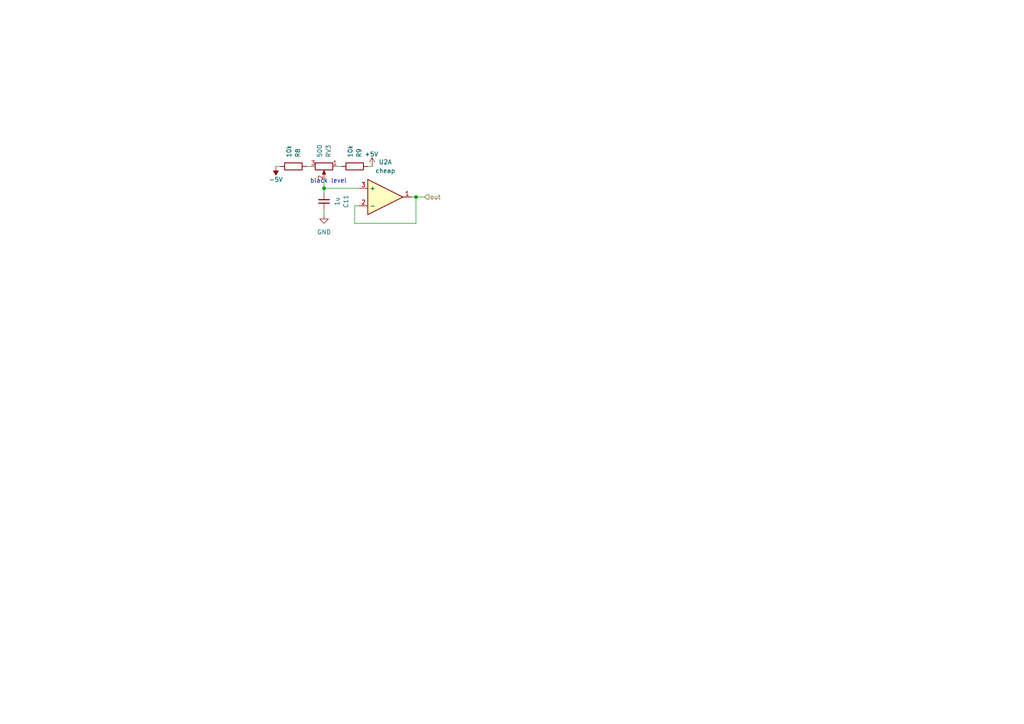
<source format=kicad_sch>
(kicad_sch (version 20250114) (generator "eeschema") (generator_version "9.0")
  (paper "A4")
  (lib_symbols
    (symbol "synkie_symbols:+5V" (power) (pin_names (offset 0))
      (property "Value" "+5V" (at 0 3.556 0))
      (symbol "+5V_0_1"
        (polyline (pts (xy -0.762 1.27) (xy 0 2.54)))
        (polyline (pts (xy 0 2.54) (xy 0.762 1.27)))
        (polyline (pts (xy 0 0) (xy 0 2.54)))
      )
      (symbol "+5V_1_1"
        (pin power_in line (at 0 0 90) (length 0) (hide yes) (name "+5V") (number "1"))
      )
    )
    (symbol "synkie_symbols:-5V" (power) (pin_names (offset 0))
      (property "Value" "-5V" (at 0 3.81 0))
      (symbol "-5V_0_0"
        (pin power_in line (at 0 0 90) (length 0) (hide yes) (name "-5V") (number "1"))
      )
      (symbol "-5V_0_1"
        (polyline (pts (xy 0 0) (xy 0 1.27) (xy 0.762 1.27) (xy 0 2.54) (xy -0.762 1.27) (xy 0 1.27)) (fill (type outline)))
      )
    )
    (symbol "synkie_symbols:C_Small" (pin_numbers (hide yes)) (pin_names (offset 0.254) (hide yes))
      (property "Reference" "C" (at 0.254 1.778 0))
      (property "Value" "C_Small" (at 0.254 -2.032 0))
      (symbol "C_Small_0_1"
        (polyline (pts (xy -1.524 0.508) (xy 1.524 0.508)) (stroke (width 0.3048)))
        (polyline (pts (xy -1.524 -0.508) (xy 1.524 -0.508)) (stroke (width 0.3302)))
      )
      (symbol "C_Small_1_1"
        (pin passive line (at 0 2.54 270) (length 2.032) (name "~") (number "1"))
        (pin passive line (at 0 -2.54 90) (length 2.032) (name "~") (number "2"))
      )
    )
    (symbol "synkie_symbols:GND" (power) (pin_names (offset 0))
      (property "Value" "GND" (at 0 -3.81 0))
      (symbol "GND_0_1"
        (polyline (pts (xy 0 0) (xy 0 -1.27) (xy 1.27 -1.27) (xy 0 -2.54) (xy -1.27 -1.27) (xy 0 -1.27)))
      )
      (symbol "GND_1_1"
        (pin power_in line (at 0 0 270) (length 0) (hide yes) (name "GND") (number "1"))
      )
    )
    (symbol "synkie_symbols:Opamp_Dual_Generic"
      (property "Reference" "U" (at 0 5.08 0))
      (property "Value" "Opamp_Dual_Generic" (at 0 -5.08 0))
      (symbol "Opamp_Dual_Generic_1_1"
        (polyline (pts (xy -5.08 5.08) (xy 5.08 0) (xy -5.08 -5.08) (xy -5.08 5.08)) (stroke (width 0.254)) (fill (type background)))
        (pin input line (at -7.62 2.54 0) (length 2.54) (name "+") (number "3"))
        (pin input line (at -7.62 -2.54 0) (length 2.54) (name "-") (number "2"))
        (pin output line (at 7.62 0 180) (length 2.54) (name "~") (number "1"))
      )
      (symbol "Opamp_Dual_Generic_2_1"
        (polyline (pts (xy -5.08 5.08) (xy 5.08 0) (xy -5.08 -5.08) (xy -5.08 5.08)) (stroke (width 0.254)) (fill (type background)))
        (pin input line (at -7.62 2.54 0) (length 2.54) (name "+") (number "5"))
        (pin input line (at -7.62 -2.54 0) (length 2.54) (name "-") (number "6"))
        (pin output line (at 7.62 0 180) (length 2.54) (name "~") (number "7"))
      )
      (symbol "Opamp_Dual_Generic_3_1"
        (pin power_in line (at -2.54 7.62 270) (length 3.81) (name "V+") (number "8"))
        (pin power_in line (at -2.54 -7.62 90) (length 3.81) (name "V-") (number "4"))
      )
    )
    (symbol "synkie_symbols:R" (pin_numbers (hide yes)) (pin_names (offset 0))
      (property "Reference" "R" (at 2.032 0 90))
      (property "Value" "R" (at 0 0 90))
      (symbol "R_0_1"
        (rectangle (start -1.016 -2.54) (end 1.016 2.54) (stroke (width 0.254)))
      )
      (symbol "R_1_1"
        (pin passive line (at 0 3.81 270) (length 1.27) (name "~") (number "1"))
        (pin passive line (at 0 -3.81 90) (length 1.27) (name "~") (number "2"))
      )
    )
    (symbol "synkie_symbols:R_POT" (pin_names (offset 1.016) (hide yes))
      (property "Reference" "RV" (at -4.445 0 90))
      (property "Value" "R_POT" (at -2.54 0 90))
      (symbol "R_POT_0_1"
        (rectangle (start 1.016 2.54) (end -1.016 -2.54) (stroke (width 0.254)))
        (polyline (pts (xy 1.143 0) (xy 2.286 0.508) (xy 2.286 -0.508) (xy 1.143 0)) (fill (type outline)))
        (polyline (pts (xy 2.54 0) (xy 1.524 0)))
      )
      (symbol "R_POT_1_1"
        (pin passive line (at 0 3.81 270) (length 1.27) (name "1") (number "1"))
        (pin passive line (at 0 -3.81 90) (length 1.27) (name "3") (number "3"))
        (pin passive line (at 3.81 0 180) (length 1.27) (name "2") (number "2"))
      )
    )
  )
  (text "black level" (at 95.25 52.578 0) (effects (font (size 1.27 1.27))))
  (junction (at 120.65 57.15))
  (junction (at 93.98 54.61))
  (wire (pts (xy 119.38 57.15) (xy 120.65 57.15)))
  (wire (pts (xy 102.87 64.77) (xy 120.65 64.77)))
  (wire (pts (xy 120.65 64.77) (xy 120.65 57.15)))
  (wire (pts (xy 93.98 54.61) (xy 104.14 54.61)))
  (wire (pts (xy 90.17 48.26) (xy 88.9 48.26)))
  (wire (pts (xy 93.98 52.07) (xy 93.98 54.61)))
  (wire (pts (xy 120.65 57.15) (xy 123.19 57.15)))
  (wire (pts (xy 106.68 48.26) (xy 107.95 48.26)))
  (wire (pts (xy 80.01 48.26) (xy 81.28 48.26)))
  (wire (pts (xy 102.87 59.69) (xy 102.87 64.77)))
  (wire (pts (xy 104.14 59.69) (xy 102.87 59.69)))
  (wire (pts (xy 99.06 48.26) (xy 97.79 48.26)))
  (wire (pts (xy 93.98 54.61) (xy 93.98 55.88)))
  (wire (pts (xy 93.98 60.96) (xy 93.98 62.23)))
  (hierarchical_label "out" (shape input) (at 123.19 57.15 0))
  (symbol (lib_id "synkie_symbols:R") (at 85.09 48.26 90) (mirror x) (unit 1)
    (property "Reference" "R4" (at 86.3601 45.72 0) (effects (justify right)))
    (property "Value" "10k" (at 83.8201 45.72 0) (effects (justify right)))
    (property "Footprint" "synkie_footprints:R_0805_2012Metric_Pad1.15x1.40mm_HandSolder" (effects (hide yes)))
    (property "Description" "Resistor" (effects (hide yes)))
    (instances (project "sk162-herd-mixer" (path "" (reference "R8") (unit 1)) (path "" (reference "R12") (unit 1)) (path "" (reference "R4") (unit 1))))
  )
  (symbol (lib_id "synkie_symbols:Opamp_Dual_Generic") (at 111.76 57.15 0) (unit 1)
    (property "Reference" "U1" (at 111.76 46.99 0))
    (property "Value" "cheap" (at 111.76 49.53 0))
    (property "Footprint" "synkie_footprints:SOIC-8_3.9x4.9mm_P1.27mm" (effects (hide yes)))
    (property "Description" "Dual operational amplifier" (effects (hide yes)))
    (instances (project "sk162-herd-mixer" (path "" (reference "U2") (unit 1)) (path "" (reference "U3") (unit 1)) (path "" (reference "U1") (unit 1))))
  )
  (symbol (lib_id "synkie_symbols:GND") (at 93.98 62.23 0) (unit 1)
    (property "Reference" "#PWR015" (effects (hide yes)))
    (property "Value" "GND" (at 93.98 67.31 0))
    (property "Description" "Power symbol creates a global label with name \"GND\" , ground" (effects (hide yes)))
    (instances (project "sk162-herd-mixer" (path "" (reference "#PWR021") (unit 1)) (path "" (reference "#PWR027") (unit 1)) (path "" (reference "#PWR015") (unit 1))))
  )
  (symbol (lib_id "synkie_symbols:R") (at 102.87 48.26 90) (mirror x) (unit 1)
    (property "Reference" "R5" (at 104.1401 45.72 0) (effects (justify right)))
    (property "Value" "10k" (at 101.6001 45.72 0) (effects (justify right)))
    (property "Footprint" "synkie_footprints:R_0805_2012Metric_Pad1.15x1.40mm_HandSolder" (effects (hide yes)))
    (property "Description" "Resistor" (effects (hide yes)))
    (instances (project "sk162-herd-mixer" (path "" (reference "R9") (unit 1)) (path "" (reference "R13") (unit 1)) (path "" (reference "R5") (unit 1))))
  )
  (symbol (lib_id "synkie_symbols:-5V") (at 80.01 48.26 180) (unit 1)
    (property "Reference" "#PWR014" (effects (hide yes)))
    (property "Value" "-5V" (at 77.978 52.07 0) (effects (justify right)))
    (property "Description" "Power symbol creates a global label with name \"-5V\"" (effects (hide yes)))
    (instances (project "sk162-herd-mixer" (path "" (reference "#PWR020") (unit 1)) (path "" (reference "#PWR026") (unit 1)) (path "" (reference "#PWR014") (unit 1))))
  )
  (symbol (lib_id "synkie_symbols:R_POT") (at 93.98 48.26 270) (unit 1)
    (property "Reference" "RV1" (at 95.2501 45.72 0) (effects (justify right)))
    (property "Value" "500" (at 92.7101 45.72 0) (effects (justify right)))
    (property "Footprint" "synkie_footprints:Potentiometer_Bourns_3296Y_Vertical" (effects (hide yes)))
    (property "Description" "Potentiometer" (effects (hide yes)))
    (instances (project "sk162-herd-mixer" (path "" (reference "RV3") (unit 1)) (path "" (reference "RV5") (unit 1)) (path "" (reference "RV1") (unit 1))))
  )
  (symbol (lib_id "synkie_symbols:+5V") (at 107.95 48.26 0) (unit 1)
    (property "Reference" "#PWR016" (effects (hide yes)))
    (property "Value" "+5V" (at 105.664 44.704 0) (effects (justify left)))
    (property "Description" "Power symbol creates a global label with name \"+5V\"" (effects (hide yes)))
    (instances (project "sk162-herd-mixer" (path "" (reference "#PWR022") (unit 1)) (path "" (reference "#PWR028") (unit 1)) (path "" (reference "#PWR016") (unit 1))))
  )
  (symbol (lib_id "synkie_symbols:C_Small") (at 93.98 58.42 180) (unit 1)
    (property "Reference" "C9" (at 100.33 58.4137 90))
    (property "Value" "1u" (at 97.79 58.4137 90))
    (property "Footprint" "synkie_footprints:C_0603_1608Metric_Pad1.05x0.95mm_HandSolder" (effects (hide yes)))
    (property "Description" "Unpolarized capacitor, small symbol" (effects (hide yes)))
    (instances (project "sk162-herd-mixer" (path "" (reference "C11") (unit 1)) (path "" (reference "C13") (unit 1)) (path "" (reference "C9") (unit 1))))
  )
)
</source>
